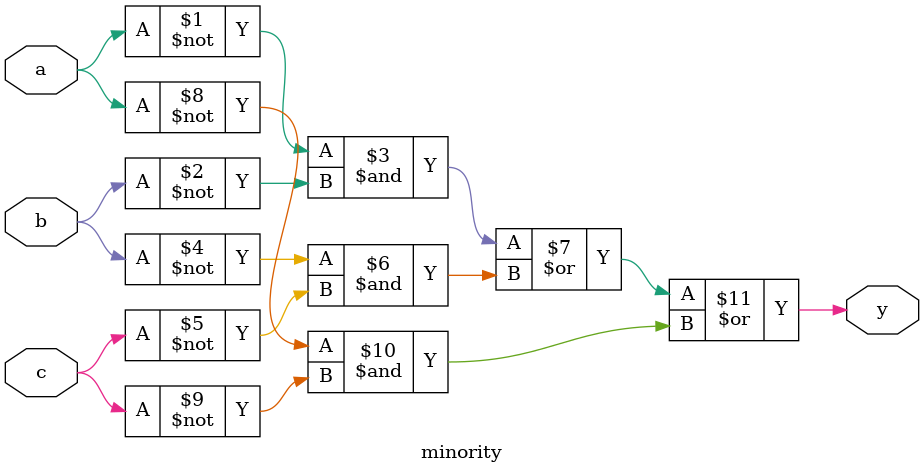
<source format=v>
module minority(y,a,b,c);
    output y;
    input  a;
    input  b;
    input  c;

    assign y = ~a&~b | ~b&~c | ~a&~c;

endmodule
</source>
